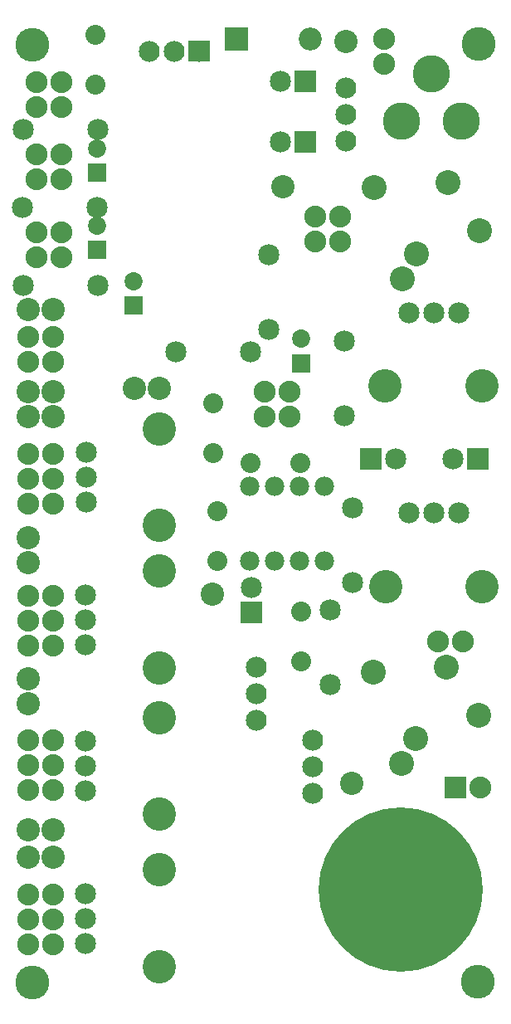
<source format=gts>
G04 MADE WITH FRITZING*
G04 WWW.FRITZING.ORG*
G04 DOUBLE SIDED*
G04 HOLES PLATED*
G04 CONTOUR ON CENTER OF CONTOUR VECTOR*
%ASAXBY*%
%FSLAX23Y23*%
%MOIN*%
%OFA0B0*%
%SFA1.0B1.0*%
%ADD10C,0.301417*%
%ADD11C,0.660000*%
%ADD12C,0.053622*%
%ADD13C,0.078000*%
%ADD14C,0.088000*%
%ADD15C,0.080000*%
%ADD16C,0.085000*%
%ADD17C,0.084000*%
%ADD18C,0.092000*%
%ADD19C,0.150000*%
%ADD20C,0.135984*%
%ADD21C,0.093307*%
%ADD22C,0.072992*%
%ADD23C,0.084667*%
%ADD24C,0.084695*%
%ADD25C,0.134033*%
%ADD26C,0.100020*%
%ADD27R,0.088000X0.088000*%
%ADD28R,0.085000X0.085000*%
%ADD29R,0.092000X0.092000*%
%ADD30R,0.072992X0.072992*%
%ADD31R,0.001000X0.001000*%
%LNMASK1*%
G90*
G70*
G54D10*
X1570Y455D03*
G54D11*
X1570Y455D03*
G54D10*
X1570Y455D03*
G54D11*
X1570Y455D03*
G54D12*
X1320Y455D03*
X1570Y455D03*
X1320Y455D03*
X1570Y455D03*
G54D13*
X1261Y2075D03*
X1161Y2075D03*
X1061Y2075D03*
X961Y2075D03*
X961Y1775D03*
X1061Y1775D03*
X1161Y1775D03*
X1261Y1775D03*
X1261Y2075D03*
X1161Y2075D03*
X1061Y2075D03*
X961Y2075D03*
X961Y1775D03*
X1061Y1775D03*
X1161Y1775D03*
X1261Y1775D03*
G54D14*
X1789Y863D03*
X1889Y863D03*
G54D15*
X814Y2409D03*
X814Y2209D03*
X1168Y1572D03*
X1168Y1372D03*
X966Y2166D03*
X1166Y2166D03*
X832Y1774D03*
X832Y1974D03*
X341Y3689D03*
X341Y3889D03*
G54D16*
X968Y1569D03*
X968Y1669D03*
X1880Y2184D03*
X1780Y2184D03*
X1450Y2183D03*
X1550Y2183D03*
X1184Y3459D03*
X1084Y3459D03*
G54D17*
X758Y3821D03*
X658Y3821D03*
X558Y3821D03*
X758Y3821D03*
X658Y3821D03*
X558Y3821D03*
G54D16*
X1184Y3702D03*
X1084Y3702D03*
G54D18*
X908Y3872D03*
X1206Y3872D03*
G54D19*
X1573Y3542D03*
X1813Y3542D03*
X1693Y3732D03*
G54D20*
X88Y80D03*
X90Y3847D03*
X1879Y83D03*
X1881Y3850D03*
G54D14*
X1503Y3771D03*
X1503Y3771D03*
X1503Y3871D03*
X206Y3408D03*
X106Y3408D03*
X206Y3408D03*
X106Y3408D03*
X106Y3308D03*
X206Y3308D03*
G54D21*
X1095Y3276D03*
X813Y1641D03*
X1371Y881D03*
X599Y2469D03*
X499Y2469D03*
X171Y2784D03*
X71Y2784D03*
G54D14*
X1123Y2454D03*
X1023Y2454D03*
X1123Y2454D03*
X1023Y2454D03*
X1023Y2354D03*
X1123Y2354D03*
X171Y2673D03*
X71Y2673D03*
X171Y2673D03*
X71Y2673D03*
X71Y2573D03*
X171Y2573D03*
G54D21*
X71Y1200D03*
X71Y1300D03*
X71Y693D03*
X171Y693D03*
X71Y585D03*
X171Y585D03*
X71Y1766D03*
X71Y1866D03*
G54D14*
X1817Y1450D03*
X1817Y1450D03*
X1717Y1450D03*
X1324Y3158D03*
X1224Y3158D03*
X1324Y3158D03*
X1224Y3158D03*
X1224Y3058D03*
X1324Y3058D03*
X206Y3095D03*
X106Y3095D03*
X206Y3095D03*
X106Y3095D03*
X106Y2995D03*
X206Y2995D03*
X206Y3697D03*
X106Y3697D03*
X206Y3697D03*
X106Y3697D03*
X106Y3597D03*
X206Y3597D03*
G54D17*
X988Y1135D03*
X988Y1242D03*
X988Y1349D03*
X988Y1135D03*
X988Y1242D03*
X988Y1349D03*
X1216Y840D03*
X1216Y947D03*
X1216Y1054D03*
X1216Y840D03*
X1216Y947D03*
X1216Y1054D03*
X1350Y3461D03*
X1350Y3568D03*
X1350Y3675D03*
X1350Y3461D03*
X1350Y3568D03*
X1350Y3675D03*
G54D16*
X1341Y2356D03*
X1341Y2656D03*
X1040Y2705D03*
X1040Y3005D03*
G54D22*
X1169Y2568D03*
X1169Y2667D03*
X496Y2800D03*
X496Y2898D03*
X348Y3024D03*
X348Y3122D03*
X348Y3334D03*
X348Y3432D03*
G54D14*
X171Y233D03*
X171Y333D03*
X171Y433D03*
X171Y233D03*
X171Y333D03*
X171Y433D03*
X71Y433D03*
X71Y333D03*
X71Y233D03*
G54D21*
X171Y2453D03*
X71Y2453D03*
X171Y2453D03*
X71Y2453D03*
X71Y2353D03*
X171Y2353D03*
G54D14*
X171Y855D03*
X171Y955D03*
X171Y1055D03*
X171Y855D03*
X171Y955D03*
X171Y1055D03*
X71Y1055D03*
X71Y955D03*
X71Y855D03*
X171Y1434D03*
X171Y1534D03*
X171Y1634D03*
X171Y1434D03*
X171Y1534D03*
X171Y1634D03*
X71Y1634D03*
X71Y1534D03*
X71Y1434D03*
X171Y2004D03*
X171Y2104D03*
X171Y2204D03*
X171Y2004D03*
X171Y2104D03*
X171Y2204D03*
X71Y2204D03*
X71Y2104D03*
X71Y2004D03*
G54D23*
X303Y439D03*
X303Y339D03*
G54D24*
X303Y239D03*
G54D25*
X598Y533D03*
X598Y144D03*
G54D23*
X303Y1050D03*
X303Y950D03*
G54D24*
X303Y850D03*
G54D25*
X598Y1144D03*
X598Y756D03*
G54D23*
X1801Y2772D03*
X1701Y2772D03*
G54D24*
X1601Y2772D03*
G54D25*
X1895Y2477D03*
X1506Y2477D03*
G54D23*
X303Y1639D03*
X303Y1539D03*
G54D24*
X303Y1439D03*
G54D25*
X598Y1733D03*
X598Y1344D03*
G54D23*
X304Y2210D03*
X304Y2110D03*
G54D24*
X304Y2010D03*
G54D25*
X600Y2305D03*
X600Y1916D03*
G54D26*
X1572Y962D03*
X1627Y1061D03*
X1458Y1327D03*
X1753Y1347D03*
X1881Y1155D03*
X1576Y2908D03*
X1631Y3007D03*
X1462Y3273D03*
X1757Y3293D03*
X1885Y3101D03*
G54D16*
X964Y2613D03*
X664Y2613D03*
X352Y2880D03*
X52Y2880D03*
X350Y3193D03*
X50Y3193D03*
X352Y3506D03*
X52Y3506D03*
X1284Y1577D03*
X1284Y1277D03*
X1376Y1688D03*
X1376Y1988D03*
G54D21*
X1350Y3861D03*
G54D23*
X1802Y1966D03*
X1702Y1966D03*
G54D24*
X1602Y1966D03*
G54D25*
X1896Y1671D03*
X1508Y1671D03*
G54D27*
X1789Y863D03*
G54D28*
X968Y1569D03*
X1880Y2184D03*
X1450Y2183D03*
X1184Y3459D03*
X1184Y3702D03*
G54D29*
X907Y3872D03*
G54D30*
X1169Y2568D03*
X496Y2800D03*
X348Y3024D03*
X348Y3334D03*
G54D31*
X717Y3863D02*
X800Y3863D01*
X717Y3862D02*
X800Y3862D01*
X717Y3861D02*
X800Y3861D01*
X717Y3860D02*
X800Y3860D01*
X717Y3859D02*
X800Y3859D01*
X717Y3858D02*
X800Y3858D01*
X717Y3857D02*
X800Y3857D01*
X717Y3856D02*
X800Y3856D01*
X717Y3855D02*
X800Y3855D01*
X717Y3854D02*
X800Y3854D01*
X717Y3853D02*
X800Y3853D01*
X717Y3852D02*
X800Y3852D01*
X717Y3851D02*
X800Y3851D01*
X717Y3850D02*
X800Y3850D01*
X717Y3849D02*
X800Y3849D01*
X717Y3848D02*
X800Y3848D01*
X717Y3847D02*
X800Y3847D01*
X717Y3846D02*
X800Y3846D01*
X717Y3845D02*
X800Y3845D01*
X717Y3844D02*
X800Y3844D01*
X717Y3843D02*
X800Y3843D01*
X717Y3842D02*
X800Y3842D01*
X717Y3841D02*
X800Y3841D01*
X717Y3840D02*
X800Y3840D01*
X717Y3839D02*
X800Y3839D01*
X717Y3838D02*
X800Y3838D01*
X717Y3837D02*
X800Y3837D01*
X717Y3836D02*
X754Y3836D01*
X762Y3836D02*
X800Y3836D01*
X717Y3835D02*
X751Y3835D01*
X765Y3835D02*
X800Y3835D01*
X717Y3834D02*
X749Y3834D01*
X767Y3834D02*
X800Y3834D01*
X717Y3833D02*
X748Y3833D01*
X768Y3833D02*
X800Y3833D01*
X717Y3832D02*
X747Y3832D01*
X769Y3832D02*
X800Y3832D01*
X717Y3831D02*
X746Y3831D01*
X770Y3831D02*
X800Y3831D01*
X717Y3830D02*
X745Y3830D01*
X771Y3830D02*
X800Y3830D01*
X717Y3829D02*
X745Y3829D01*
X771Y3829D02*
X800Y3829D01*
X717Y3828D02*
X744Y3828D01*
X772Y3828D02*
X800Y3828D01*
X717Y3827D02*
X744Y3827D01*
X772Y3827D02*
X800Y3827D01*
X717Y3826D02*
X743Y3826D01*
X773Y3826D02*
X800Y3826D01*
X717Y3825D02*
X743Y3825D01*
X773Y3825D02*
X800Y3825D01*
X717Y3824D02*
X743Y3824D01*
X773Y3824D02*
X800Y3824D01*
X717Y3823D02*
X743Y3823D01*
X773Y3823D02*
X800Y3823D01*
X717Y3822D02*
X743Y3822D01*
X773Y3822D02*
X800Y3822D01*
X717Y3821D02*
X743Y3821D01*
X773Y3821D02*
X800Y3821D01*
X717Y3820D02*
X743Y3820D01*
X773Y3820D02*
X800Y3820D01*
X717Y3819D02*
X743Y3819D01*
X773Y3819D02*
X800Y3819D01*
X717Y3818D02*
X743Y3818D01*
X773Y3818D02*
X800Y3818D01*
X717Y3817D02*
X744Y3817D01*
X772Y3817D02*
X800Y3817D01*
X717Y3816D02*
X744Y3816D01*
X772Y3816D02*
X800Y3816D01*
X717Y3815D02*
X745Y3815D01*
X772Y3815D02*
X800Y3815D01*
X717Y3814D02*
X745Y3814D01*
X771Y3814D02*
X800Y3814D01*
X717Y3813D02*
X746Y3813D01*
X770Y3813D02*
X800Y3813D01*
X717Y3812D02*
X747Y3812D01*
X769Y3812D02*
X800Y3812D01*
X717Y3811D02*
X748Y3811D01*
X768Y3811D02*
X800Y3811D01*
X717Y3810D02*
X749Y3810D01*
X767Y3810D02*
X800Y3810D01*
X717Y3809D02*
X750Y3809D01*
X766Y3809D02*
X800Y3809D01*
X717Y3808D02*
X753Y3808D01*
X764Y3808D02*
X800Y3808D01*
X717Y3807D02*
X800Y3807D01*
X717Y3806D02*
X800Y3806D01*
X717Y3805D02*
X800Y3805D01*
X717Y3804D02*
X800Y3804D01*
X717Y3803D02*
X800Y3803D01*
X717Y3802D02*
X800Y3802D01*
X717Y3801D02*
X800Y3801D01*
X717Y3800D02*
X800Y3800D01*
X717Y3799D02*
X800Y3799D01*
X717Y3798D02*
X800Y3798D01*
X717Y3797D02*
X800Y3797D01*
X717Y3796D02*
X800Y3796D01*
X717Y3795D02*
X800Y3795D01*
X717Y3794D02*
X800Y3794D01*
X717Y3793D02*
X800Y3793D01*
X717Y3792D02*
X800Y3792D01*
X717Y3791D02*
X800Y3791D01*
X717Y3790D02*
X800Y3790D01*
X717Y3789D02*
X800Y3789D01*
X717Y3788D02*
X800Y3788D01*
X717Y3787D02*
X800Y3787D01*
X717Y3786D02*
X800Y3786D01*
X717Y3785D02*
X800Y3785D01*
X717Y3784D02*
X800Y3784D01*
X717Y3783D02*
X800Y3783D01*
X717Y3782D02*
X800Y3782D01*
X717Y3781D02*
X800Y3781D01*
X717Y3780D02*
X799Y3780D01*
D02*
G04 End of Mask1*
M02*
</source>
